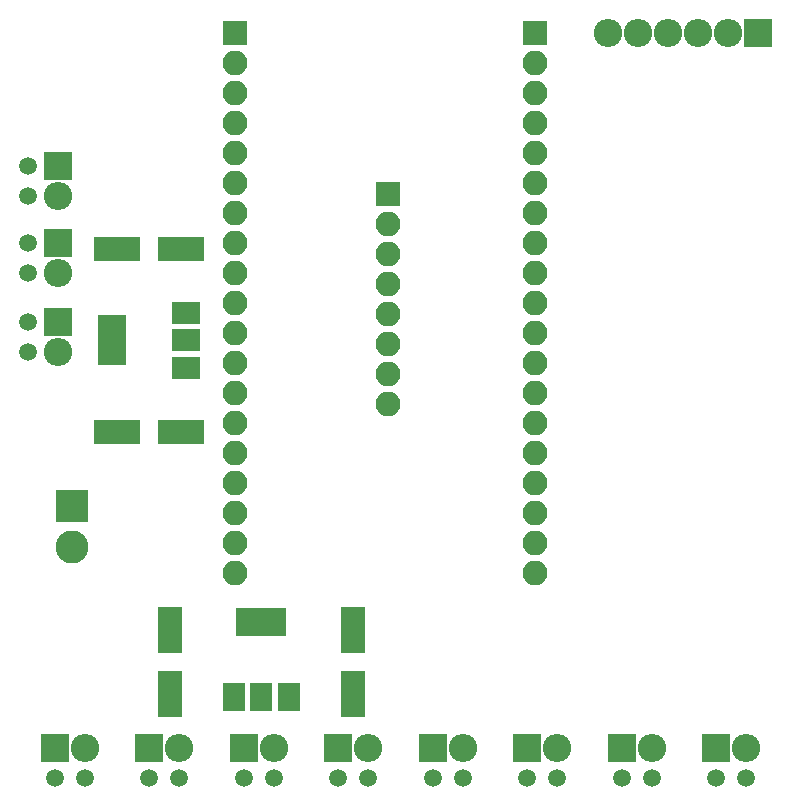
<source format=gbr>
G04 #@! TF.FileFunction,Soldermask,Bot*
%FSLAX46Y46*%
G04 Gerber Fmt 4.6, Leading zero omitted, Abs format (unit mm)*
G04 Created by KiCad (PCBNEW 4.0.7-e2-6376~58~ubuntu16.04.1) date Wed Sep  5 16:40:10 2018*
%MOMM*%
%LPD*%
G01*
G04 APERTURE LIST*
%ADD10C,0.100000*%
%ADD11R,2.100000X2.100000*%
%ADD12O,2.100000X2.100000*%
%ADD13R,3.900000X2.000000*%
%ADD14R,2.000000X3.900000*%
%ADD15O,2.398980X2.398980*%
%ADD16R,2.398980X2.398980*%
%ADD17C,1.500000*%
%ADD18C,2.800000*%
%ADD19R,2.800000X2.800000*%
%ADD20R,2.400000X4.200000*%
%ADD21R,2.400000X1.900000*%
%ADD22R,4.200000X2.400000*%
%ADD23R,1.900000X2.400000*%
G04 APERTURE END LIST*
D10*
D11*
X134000000Y-44630000D03*
D12*
X134000000Y-47170000D03*
X134000000Y-49710000D03*
X134000000Y-52250000D03*
X134000000Y-54790000D03*
X134000000Y-57330000D03*
X134000000Y-59870000D03*
X134000000Y-62410000D03*
D13*
X111050000Y-64750000D03*
X116450000Y-64750000D03*
X111050000Y-49250000D03*
X116450000Y-49250000D03*
D14*
X115500000Y-81550000D03*
X115500000Y-86950000D03*
X131000000Y-81550000D03*
X131000000Y-86950000D03*
D15*
X106000000Y-44750000D03*
D16*
X106000000Y-42210000D03*
D17*
X103460000Y-42210000D03*
X103460000Y-44750000D03*
D18*
X107250000Y-74500000D03*
D19*
X107250000Y-71000000D03*
D15*
X157710000Y-31000000D03*
D16*
X165330000Y-31000000D03*
D15*
X162790000Y-31000000D03*
X160250000Y-31000000D03*
X155170000Y-31000000D03*
X152630000Y-31000000D03*
X106000000Y-51290000D03*
D16*
X106000000Y-48750000D03*
D17*
X103460000Y-48750000D03*
X103460000Y-51290000D03*
D15*
X106000000Y-58000000D03*
D16*
X106000000Y-55460000D03*
D17*
X103460000Y-55460000D03*
X103460000Y-58000000D03*
D11*
X121000000Y-31000000D03*
D12*
X121000000Y-33540000D03*
X121000000Y-36080000D03*
X121000000Y-38620000D03*
X121000000Y-41160000D03*
X121000000Y-43700000D03*
X121000000Y-46240000D03*
X121000000Y-48780000D03*
X121000000Y-51320000D03*
X121000000Y-53860000D03*
X121000000Y-56400000D03*
X121000000Y-58940000D03*
X121000000Y-61480000D03*
X121000000Y-64020000D03*
X121000000Y-66560000D03*
X121000000Y-69100000D03*
X121000000Y-71640000D03*
X121000000Y-74180000D03*
X121000000Y-76720000D03*
D15*
X108290000Y-91500000D03*
D16*
X105750000Y-91500000D03*
D17*
X105750000Y-94040000D03*
X108290000Y-94040000D03*
D15*
X116290000Y-91500000D03*
D16*
X113750000Y-91500000D03*
D17*
X113750000Y-94040000D03*
X116290000Y-94040000D03*
D15*
X124290000Y-91500000D03*
D16*
X121750000Y-91500000D03*
D17*
X121750000Y-94040000D03*
X124290000Y-94040000D03*
D15*
X132290000Y-91500000D03*
D16*
X129750000Y-91500000D03*
D17*
X129750000Y-94040000D03*
X132290000Y-94040000D03*
D15*
X140290000Y-91500000D03*
D16*
X137750000Y-91500000D03*
D17*
X137750000Y-94040000D03*
X140290000Y-94040000D03*
D15*
X148290000Y-91500000D03*
D16*
X145750000Y-91500000D03*
D17*
X145750000Y-94040000D03*
X148290000Y-94040000D03*
D15*
X156290000Y-91500000D03*
D16*
X153750000Y-91500000D03*
D17*
X153750000Y-94040000D03*
X156290000Y-94040000D03*
D15*
X164290000Y-91500000D03*
D16*
X161750000Y-91500000D03*
D17*
X161750000Y-94040000D03*
X164290000Y-94040000D03*
D11*
X146400000Y-31000000D03*
D12*
X146400000Y-33540000D03*
X146400000Y-36080000D03*
X146400000Y-38620000D03*
X146400000Y-41160000D03*
X146400000Y-43700000D03*
X146400000Y-46240000D03*
X146400000Y-48780000D03*
X146400000Y-51320000D03*
X146400000Y-53860000D03*
X146400000Y-56400000D03*
X146400000Y-58940000D03*
X146400000Y-61480000D03*
X146400000Y-64020000D03*
X146400000Y-66560000D03*
X146400000Y-69100000D03*
X146400000Y-71640000D03*
X146400000Y-74180000D03*
X146400000Y-76720000D03*
D20*
X110600000Y-57000000D03*
D21*
X116900000Y-57000000D03*
X116900000Y-59300000D03*
X116900000Y-54700000D03*
D22*
X123250000Y-80850000D03*
D23*
X123250000Y-87150000D03*
X120950000Y-87150000D03*
X125550000Y-87150000D03*
M02*

</source>
